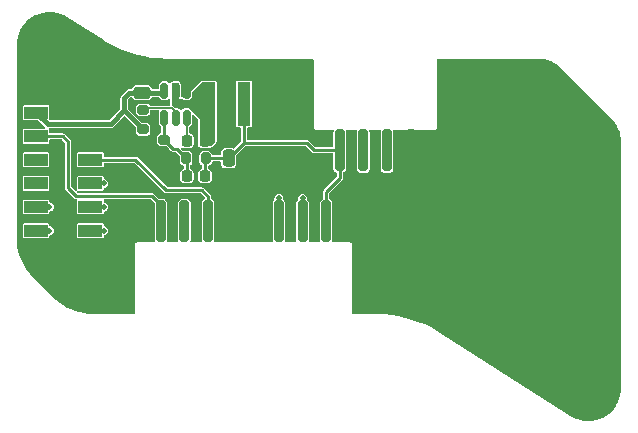
<source format=gbr>
%TF.GenerationSoftware,KiCad,Pcbnew,8.0.1*%
%TF.CreationDate,2024-06-02T11:28:52+08:00*%
%TF.ProjectId,SB-fan-board,53422d66-616e-42d6-926f-6172642e6b69,rev?*%
%TF.SameCoordinates,Original*%
%TF.FileFunction,Copper,L1,Top*%
%TF.FilePolarity,Positive*%
%FSLAX46Y46*%
G04 Gerber Fmt 4.6, Leading zero omitted, Abs format (unit mm)*
G04 Created by KiCad (PCBNEW 8.0.1) date 2024-06-02 11:28:52*
%MOMM*%
%LPD*%
G01*
G04 APERTURE LIST*
G04 Aperture macros list*
%AMRoundRect*
0 Rectangle with rounded corners*
0 $1 Rounding radius*
0 $2 $3 $4 $5 $6 $7 $8 $9 X,Y pos of 4 corners*
0 Add a 4 corners polygon primitive as box body*
4,1,4,$2,$3,$4,$5,$6,$7,$8,$9,$2,$3,0*
0 Add four circle primitives for the rounded corners*
1,1,$1+$1,$2,$3*
1,1,$1+$1,$4,$5*
1,1,$1+$1,$6,$7*
1,1,$1+$1,$8,$9*
0 Add four rect primitives between the rounded corners*
20,1,$1+$1,$2,$3,$4,$5,0*
20,1,$1+$1,$4,$5,$6,$7,0*
20,1,$1+$1,$6,$7,$8,$9,0*
20,1,$1+$1,$8,$9,$2,$3,0*%
G04 Aperture macros list end*
%TA.AperFunction,SMDPad,CuDef*%
%ADD10RoundRect,0.200000X-0.200000X-0.275000X0.200000X-0.275000X0.200000X0.275000X-0.200000X0.275000X0*%
%TD*%
%TA.AperFunction,SMDPad,CuDef*%
%ADD11R,1.100000X3.700000*%
%TD*%
%TA.AperFunction,SMDPad,CuDef*%
%ADD12RoundRect,0.200000X-0.275000X0.200000X-0.275000X-0.200000X0.275000X-0.200000X0.275000X0.200000X0*%
%TD*%
%TA.AperFunction,ComponentPad*%
%ADD13C,5.500000*%
%TD*%
%TA.AperFunction,SMDPad,CuDef*%
%ADD14RoundRect,0.200000X0.200000X1.550000X-0.200000X1.550000X-0.200000X-1.550000X0.200000X-1.550000X0*%
%TD*%
%TA.AperFunction,SMDPad,CuDef*%
%ADD15RoundRect,0.225000X-0.225000X-0.250000X0.225000X-0.250000X0.225000X0.250000X-0.225000X0.250000X0*%
%TD*%
%TA.AperFunction,SMDPad,CuDef*%
%ADD16RoundRect,0.200000X0.275000X-0.200000X0.275000X0.200000X-0.275000X0.200000X-0.275000X-0.200000X0*%
%TD*%
%TA.AperFunction,SMDPad,CuDef*%
%ADD17RoundRect,0.200000X-0.200000X-1.550000X0.200000X-1.550000X0.200000X1.550000X-0.200000X1.550000X0*%
%TD*%
%TA.AperFunction,SMDPad,CuDef*%
%ADD18R,2.000000X1.000000*%
%TD*%
%TA.AperFunction,SMDPad,CuDef*%
%ADD19RoundRect,0.250000X0.475000X-0.250000X0.475000X0.250000X-0.475000X0.250000X-0.475000X-0.250000X0*%
%TD*%
%TA.AperFunction,SMDPad,CuDef*%
%ADD20RoundRect,0.250000X-0.250000X-0.475000X0.250000X-0.475000X0.250000X0.475000X-0.250000X0.475000X0*%
%TD*%
%TA.AperFunction,SMDPad,CuDef*%
%ADD21RoundRect,0.150000X-0.150000X0.512500X-0.150000X-0.512500X0.150000X-0.512500X0.150000X0.512500X0*%
%TD*%
%TA.AperFunction,ViaPad*%
%ADD22C,0.500000*%
%TD*%
%TA.AperFunction,Conductor*%
%ADD23C,0.200000*%
%TD*%
%TA.AperFunction,Conductor*%
%ADD24C,0.381000*%
%TD*%
%TA.AperFunction,Conductor*%
%ADD25C,0.254000*%
%TD*%
%TA.AperFunction,Conductor*%
%ADD26C,0.127000*%
%TD*%
G04 APERTURE END LIST*
D10*
%TO.P,R2,1*%
%TO.N,Net-(U1-VFB)*%
X156750000Y-80800000D03*
%TO.P,R2,2*%
%TO.N,+12V*%
X158400000Y-80800000D03*
%TD*%
D11*
%TO.P,L1,1*%
%TO.N,Net-(U1-SW)*%
X158650000Y-76212500D03*
%TO.P,L1,2*%
%TO.N,+12V*%
X161650000Y-76212500D03*
%TD*%
D12*
%TO.P,R3,1*%
%TO.N,Net-(U1-VFB)*%
X154900001Y-79225000D03*
%TO.P,R3,2*%
%TO.N,PGND*%
X154900001Y-80875000D03*
%TD*%
D13*
%TO.P,H1,1,1*%
%TO.N,PGND*%
X145200000Y-71200000D03*
%TD*%
D14*
%TO.P,J2,1,Pin_1*%
%TO.N,+12V*%
X168600000Y-86147127D03*
%TO.P,J2,2,Pin_2*%
%TO.N,/FAN1_DET*%
X166600000Y-86147127D03*
%TO.P,J2,3,Pin_3*%
%TO.N,/FAN1_PWM*%
X164600000Y-86147127D03*
%TO.P,J2,4,Pin_4*%
%TO.N,PGND*%
X162600000Y-86147127D03*
%TD*%
D15*
%TO.P,C1,1*%
%TO.N,Net-(U1-VBST)*%
X156800000Y-79300000D03*
%TO.P,C1,2*%
%TO.N,Net-(U1-SW)*%
X158350000Y-79300000D03*
%TD*%
D16*
%TO.P,R1,1*%
%TO.N,+24V*%
X153100000Y-78350000D03*
%TO.P,R1,2*%
%TO.N,Net-(U1-EN)*%
X153100000Y-76700000D03*
%TD*%
D14*
%TO.P,J3,1,Pin_1*%
%TO.N,+3V3*%
X158600000Y-86126727D03*
%TO.P,J3,2,Pin_2*%
%TO.N,/NEO*%
X156600000Y-86126727D03*
%TO.P,J3,3,Pin_3*%
%TO.N,GND*%
X154600000Y-86126727D03*
%TD*%
D17*
%TO.P,J1,1,Pin_1*%
%TO.N,+12V*%
X169750000Y-80139600D03*
%TO.P,J1,2,Pin_2*%
%TO.N,/FAN0_DET*%
X171750000Y-80139600D03*
%TO.P,J1,3,Pin_3*%
%TO.N,/FAN0_PWM*%
X173750000Y-80139600D03*
%TO.P,J1,4,Pin_4*%
%TO.N,PGND*%
X175750000Y-80139600D03*
%TD*%
D18*
%TO.P,J4,1,Pin_1*%
%TO.N,/FAN0_DET*%
X144041000Y-86929000D03*
%TO.P,J4,2,Pin_2*%
%TO.N,/NEO*%
X148641000Y-86929000D03*
%TO.P,J4,3,Pin_3*%
%TO.N,/FAN0_PWM*%
X144041000Y-84929000D03*
%TO.P,J4,4,Pin_4*%
%TO.N,/FAN1_PWM*%
X148641000Y-84929000D03*
%TO.P,J4,5,Pin_5*%
%TO.N,unconnected-(J4-Pin_5-Pad5)*%
X144041000Y-82929000D03*
%TO.P,J4,6,Pin_6*%
%TO.N,/FAN1_DET*%
X148641000Y-82929000D03*
%TO.P,J4,7,Pin_7*%
%TO.N,unconnected-(J4-Pin_7-Pad7)*%
X144041000Y-80929000D03*
%TO.P,J4,8,Pin_8*%
%TO.N,+3V3*%
X148641000Y-80929000D03*
%TO.P,J4,9,Pin_9*%
%TO.N,GND*%
X144041000Y-78929000D03*
%TO.P,J4,10,Pin_10*%
%TO.N,PGND*%
X148641000Y-78929000D03*
%TO.P,J4,11,Pin_11*%
%TO.N,+24V*%
X144041000Y-76929000D03*
%TO.P,J4,12,Pin_12*%
%TO.N,PGND*%
X148641000Y-76929000D03*
%TD*%
D13*
%TO.P,H2,1,1*%
%TO.N,PGND*%
X190780000Y-100258000D03*
%TD*%
D15*
%TO.P,C4,1*%
%TO.N,Net-(U1-VFB)*%
X156800000Y-82300000D03*
%TO.P,C4,2*%
%TO.N,+12V*%
X158350000Y-82300000D03*
%TD*%
D19*
%TO.P,C2,1*%
%TO.N,+24V*%
X153000000Y-75250001D03*
%TO.P,C2,2*%
%TO.N,PGND*%
X153000000Y-73350001D03*
%TD*%
D20*
%TO.P,C3,1*%
%TO.N,+12V*%
X160350000Y-80800000D03*
%TO.P,C3,2*%
%TO.N,PGND*%
X162250000Y-80800000D03*
%TD*%
D21*
%TO.P,U1,1,GND*%
%TO.N,PGND*%
X156800000Y-75075000D03*
%TO.P,U1,2,SW*%
%TO.N,Net-(U1-SW)*%
X155850000Y-75075000D03*
%TO.P,U1,3,VIN*%
%TO.N,+24V*%
X154900000Y-75075000D03*
%TO.P,U1,4,VFB*%
%TO.N,Net-(U1-VFB)*%
X154900000Y-77350000D03*
%TO.P,U1,5,EN*%
%TO.N,Net-(U1-EN)*%
X155850000Y-77350000D03*
%TO.P,U1,6,VBST*%
%TO.N,Net-(U1-VBST)*%
X156800000Y-77350000D03*
%TD*%
D22*
%TO.N,PGND*%
X165250000Y-75850000D03*
X171700000Y-84600000D03*
X177750000Y-79950000D03*
X175300000Y-83650000D03*
X164350000Y-77800000D03*
X166750000Y-81150000D03*
X166300000Y-77550000D03*
%TO.N,/FAN0_DET*%
X145159000Y-86929000D03*
X171750000Y-81550000D03*
%TO.N,/FAN0_PWM*%
X173750000Y-78650000D03*
X145159000Y-84929000D03*
%TO.N,/FAN1_PWM*%
X164600000Y-84200000D03*
X149759000Y-84929000D03*
%TO.N,/FAN1_DET*%
X166600000Y-84200000D03*
X149759000Y-82929000D03*
%TO.N,/NEO*%
X156600000Y-87600000D03*
X149759000Y-86929000D03*
%TD*%
D23*
%TO.N,Net-(U1-VBST)*%
X156800000Y-77350000D02*
X156800000Y-79300000D01*
D24*
%TO.N,+24V*%
X153100000Y-78350000D02*
X151500000Y-76750000D01*
X145012000Y-77900000D02*
X150350000Y-77900000D01*
X144041000Y-76929000D02*
X145012000Y-77900000D01*
X151500000Y-76750000D02*
X151500000Y-75700000D01*
X150350000Y-77900000D02*
X151500000Y-76750000D01*
X151950000Y-75250000D02*
X154725001Y-75250000D01*
X154725001Y-75250000D02*
X154900001Y-75075000D01*
X151500000Y-75700000D02*
X151950000Y-75250000D01*
D25*
%TO.N,+12V*%
X158350000Y-80850000D02*
X158400000Y-80800000D01*
X161650000Y-79500000D02*
X166950000Y-79500000D01*
X158350000Y-82300000D02*
X158350000Y-80850000D01*
X167538800Y-80088800D02*
X169750000Y-80088800D01*
X161650000Y-79500000D02*
X161650000Y-76212500D01*
X160350000Y-80800000D02*
X161650000Y-79500000D01*
X169750000Y-82500000D02*
X169750000Y-80088800D01*
X158400000Y-80800000D02*
X160350000Y-80800000D01*
X168600000Y-86197927D02*
X168600000Y-83650000D01*
X166950000Y-79500000D02*
X167538800Y-80088800D01*
X168600000Y-83650000D02*
X169750000Y-82500000D01*
D26*
%TO.N,/FAN0_DET*%
X144041000Y-86929000D02*
X145159000Y-86929000D01*
X144041000Y-86909000D02*
X144959000Y-86909000D01*
%TO.N,/FAN0_PWM*%
X144041000Y-84929000D02*
X145159000Y-84929000D01*
%TO.N,/FAN1_PWM*%
X148641000Y-84929000D02*
X149759000Y-84929000D01*
X164600000Y-84200000D02*
X164600000Y-86197927D01*
%TO.N,/FAN1_DET*%
X148641000Y-82929000D02*
X149759000Y-82929000D01*
X166600000Y-84200000D02*
X166600000Y-86197927D01*
%TO.N,/NEO*%
X148641000Y-86909000D02*
X149759000Y-86909000D01*
D25*
%TO.N,GND*%
X146289000Y-78929000D02*
X146780000Y-79420000D01*
X146780000Y-79420000D02*
X146780000Y-83320000D01*
X144041000Y-78929000D02*
X146289000Y-78929000D01*
X146780000Y-83320000D02*
X147460000Y-84000000D01*
X153854146Y-84000000D02*
X154600000Y-84745854D01*
X147460000Y-84000000D02*
X153854146Y-84000000D01*
%TO.N,+3V3*%
X148641000Y-80909000D02*
X152459000Y-80909000D01*
X158600000Y-84050000D02*
X158600000Y-86197927D01*
X155050000Y-83500000D02*
X158050000Y-83500000D01*
X158050000Y-83500000D02*
X158600000Y-84050000D01*
X152459000Y-80909000D02*
X155050000Y-83500000D01*
D26*
%TO.N,Net-(U1-EN)*%
X155850000Y-76850000D02*
X155850000Y-77350000D01*
X153352600Y-76522400D02*
X155522400Y-76522400D01*
X153050000Y-76825000D02*
X153352600Y-76522400D01*
X155522400Y-76522400D02*
X155850000Y-76850000D01*
D25*
%TO.N,Net-(U1-VFB)*%
X156800000Y-82300000D02*
X156800000Y-80850000D01*
X154900001Y-79225000D02*
X155675001Y-80000000D01*
X155675001Y-80000000D02*
X155950000Y-80000000D01*
X154900001Y-77350000D02*
X154900001Y-79225000D01*
X156800000Y-80850000D02*
X156750000Y-80800000D01*
X155950000Y-80000000D02*
X156750000Y-80800000D01*
%TD*%
%TA.AperFunction,Conductor*%
%TO.N,Net-(U1-SW)*%
G36*
X159168601Y-74383065D02*
G01*
X159198665Y-74435136D01*
X159200000Y-74450400D01*
X159200000Y-79338590D01*
X159179435Y-79395091D01*
X159174255Y-79400745D01*
X158825745Y-79749255D01*
X158771251Y-79774666D01*
X158763590Y-79775000D01*
X157987900Y-79775000D01*
X157931399Y-79754435D01*
X157901335Y-79702364D01*
X157900000Y-79687100D01*
X157900000Y-77487499D01*
X157251617Y-76839116D01*
X157226458Y-76787093D01*
X157224808Y-76772866D01*
X157182903Y-76677958D01*
X157109542Y-76604597D01*
X157109540Y-76604596D01*
X157014633Y-76562691D01*
X156991441Y-76560000D01*
X156991432Y-76560000D01*
X156608568Y-76560000D01*
X156608558Y-76560000D01*
X156585366Y-76562691D01*
X156490459Y-76604596D01*
X156490458Y-76604596D01*
X156490458Y-76604597D01*
X156433299Y-76661755D01*
X156378807Y-76687166D01*
X156371146Y-76687500D01*
X156278854Y-76687500D01*
X156222353Y-76666935D01*
X156216710Y-76661765D01*
X156159542Y-76604597D01*
X156159540Y-76604596D01*
X156064633Y-76562691D01*
X156041441Y-76560000D01*
X156041432Y-76560000D01*
X155866525Y-76560000D01*
X155810024Y-76539435D01*
X155804370Y-76534255D01*
X155754523Y-76484408D01*
X155630593Y-76360478D01*
X155604261Y-76349571D01*
X155559931Y-76308949D01*
X155550000Y-76268362D01*
X155550000Y-74500400D01*
X155570565Y-74443899D01*
X155622636Y-74413835D01*
X155637900Y-74412500D01*
X156062100Y-74412500D01*
X156118601Y-74433065D01*
X156148665Y-74485136D01*
X156150000Y-74500400D01*
X156150000Y-75737498D01*
X156150001Y-75737500D01*
X156150002Y-75737500D01*
X156371146Y-75737500D01*
X156427647Y-75758065D01*
X156433289Y-75763234D01*
X156490458Y-75820403D01*
X156585366Y-75862308D01*
X156608558Y-75864999D01*
X156608560Y-75864999D01*
X156608568Y-75865000D01*
X156608574Y-75865000D01*
X156991426Y-75865000D01*
X156991432Y-75865000D01*
X157014634Y-75862308D01*
X157109542Y-75820403D01*
X157182903Y-75747042D01*
X157224808Y-75652134D01*
X157227500Y-75628932D01*
X157227500Y-75271410D01*
X157248065Y-75214909D01*
X157253245Y-75209255D01*
X158074255Y-74388245D01*
X158128749Y-74362834D01*
X158136410Y-74362500D01*
X159112100Y-74362500D01*
X159168601Y-74383065D01*
G37*
%TD.AperFunction*%
%TD*%
%TA.AperFunction,Conductor*%
%TO.N,PGND*%
G36*
X186552680Y-72364640D02*
G01*
X186818887Y-72378648D01*
X186827433Y-72379519D01*
X187089008Y-72419167D01*
X187097410Y-72420864D01*
X187353887Y-72485884D01*
X187362096Y-72488399D01*
X187610982Y-72578162D01*
X187618903Y-72581465D01*
X187640820Y-72591890D01*
X187857819Y-72695109D01*
X187865394Y-72699178D01*
X188092056Y-72835616D01*
X188099197Y-72840405D01*
X188311455Y-72998343D01*
X188318093Y-73003807D01*
X188515287Y-73182980D01*
X188518368Y-73185921D01*
X188542101Y-73209705D01*
X188551096Y-73218720D01*
X188551552Y-73219094D01*
X192693601Y-77360166D01*
X192698035Y-77365486D01*
X192728099Y-77394669D01*
X192731103Y-77397731D01*
X192903237Y-77582000D01*
X192913671Y-77593169D01*
X192919221Y-77599726D01*
X193080505Y-77810312D01*
X193085378Y-77817363D01*
X193225355Y-78042720D01*
X193229509Y-78050200D01*
X193341605Y-78277572D01*
X193346807Y-78288123D01*
X193350224Y-78296005D01*
X193443735Y-78544241D01*
X193446367Y-78552418D01*
X193485349Y-78697500D01*
X193501913Y-78759150D01*
X193515196Y-78808584D01*
X193517017Y-78816980D01*
X193560510Y-79078645D01*
X193561503Y-79087179D01*
X193579303Y-79352700D01*
X193579500Y-79358579D01*
X193579500Y-100174168D01*
X193578963Y-100179994D01*
X193579484Y-100222204D01*
X193579405Y-100227177D01*
X193565728Y-100536087D01*
X193564727Y-100545982D01*
X193516636Y-100848895D01*
X193514523Y-100858613D01*
X193432524Y-101154141D01*
X193429327Y-101163559D01*
X193314468Y-101447938D01*
X193310228Y-101456934D01*
X193163978Y-101726520D01*
X193158749Y-101734979D01*
X192982983Y-101986318D01*
X192976831Y-101994133D01*
X192773800Y-102224006D01*
X192766805Y-102231076D01*
X192539102Y-102436546D01*
X192531353Y-102442780D01*
X192281911Y-102621204D01*
X192273508Y-102626524D01*
X192005480Y-102775641D01*
X191996529Y-102779976D01*
X191713396Y-102897853D01*
X191704013Y-102901150D01*
X191409370Y-102986290D01*
X191399675Y-102988506D01*
X191097301Y-103039818D01*
X191087417Y-103040925D01*
X190781176Y-103057750D01*
X190771231Y-103057733D01*
X190465048Y-103039858D01*
X190455168Y-103038717D01*
X190152976Y-102986370D01*
X190143288Y-102984121D01*
X189848934Y-102897970D01*
X189839563Y-102894641D01*
X189556827Y-102775791D01*
X189547891Y-102771424D01*
X189278185Y-102620158D01*
X189273917Y-102617603D01*
X189235600Y-102593165D01*
X189235510Y-102593119D01*
X188989910Y-102436546D01*
X178241302Y-95584163D01*
X178207672Y-95562723D01*
X178197084Y-95555973D01*
X178197082Y-95555972D01*
X178167141Y-95536884D01*
X178166933Y-95536778D01*
X178163318Y-95534474D01*
X177963504Y-95407111D01*
X177874752Y-95357374D01*
X177458354Y-95124022D01*
X177458329Y-95124009D01*
X176937936Y-94870032D01*
X176667225Y-94756442D01*
X176403953Y-94645973D01*
X175858125Y-94452567D01*
X175858115Y-94452564D01*
X175858112Y-94452563D01*
X175302216Y-94290436D01*
X175039295Y-94229700D01*
X174737984Y-94160096D01*
X174737973Y-94160094D01*
X174737964Y-94160092D01*
X174167265Y-94061971D01*
X173591942Y-93996382D01*
X173591903Y-93996379D01*
X173013778Y-93963530D01*
X173013783Y-93963530D01*
X172773055Y-93963512D01*
X172773021Y-93963509D01*
X172764117Y-93963509D01*
X170888400Y-93963509D01*
X170831899Y-93942944D01*
X170801835Y-93890873D01*
X170800500Y-93875609D01*
X170800500Y-88082846D01*
X170800500Y-88082845D01*
X170769976Y-88009153D01*
X170713574Y-87952751D01*
X170639882Y-87922227D01*
X170639881Y-87922227D01*
X169194366Y-87922227D01*
X169137865Y-87901662D01*
X169107801Y-87849591D01*
X169114702Y-87797178D01*
X169121220Y-87783200D01*
X169121221Y-87783198D01*
X169127500Y-87735502D01*
X169127499Y-84558753D01*
X169121221Y-84511056D01*
X169072411Y-84406383D01*
X168990744Y-84324716D01*
X168964399Y-84312431D01*
X168905251Y-84284849D01*
X168862735Y-84242332D01*
X168854500Y-84205185D01*
X168854500Y-83791827D01*
X168875065Y-83735326D01*
X168880234Y-83729683D01*
X169965755Y-82644163D01*
X170004501Y-82550623D01*
X170004501Y-82449377D01*
X170004501Y-82442298D01*
X170004500Y-82442284D01*
X170004500Y-82081541D01*
X170025065Y-82025040D01*
X170055252Y-82001877D01*
X170090501Y-81985439D01*
X170140744Y-81962011D01*
X170222411Y-81880344D01*
X170271221Y-81775671D01*
X170277500Y-81727975D01*
X170277499Y-78551226D01*
X170271221Y-78503529D01*
X170264702Y-78489549D01*
X170259461Y-78429651D01*
X170293947Y-78380397D01*
X170344366Y-78364500D01*
X171155634Y-78364500D01*
X171212135Y-78385065D01*
X171242199Y-78437136D01*
X171235298Y-78489549D01*
X171228779Y-78503526D01*
X171228779Y-78503527D01*
X171222500Y-78551223D01*
X171222500Y-81727976D01*
X171222501Y-81727980D01*
X171228777Y-81775666D01*
X171228779Y-81775671D01*
X171277589Y-81880344D01*
X171359256Y-81962011D01*
X171463929Y-82010821D01*
X171511625Y-82017100D01*
X171988374Y-82017099D01*
X171988376Y-82017099D01*
X171988378Y-82017098D01*
X172006539Y-82014708D01*
X172036066Y-82010822D01*
X172036067Y-82010821D01*
X172036071Y-82010821D01*
X172140744Y-81962011D01*
X172222411Y-81880344D01*
X172271221Y-81775671D01*
X172277500Y-81727975D01*
X172277499Y-78551226D01*
X172271221Y-78503529D01*
X172264702Y-78489549D01*
X172259461Y-78429651D01*
X172293947Y-78380397D01*
X172344366Y-78364500D01*
X173155634Y-78364500D01*
X173212135Y-78385065D01*
X173242199Y-78437136D01*
X173235298Y-78489549D01*
X173228779Y-78503526D01*
X173228779Y-78503527D01*
X173222500Y-78551223D01*
X173222500Y-81727976D01*
X173222501Y-81727980D01*
X173228777Y-81775666D01*
X173228779Y-81775671D01*
X173277589Y-81880344D01*
X173359256Y-81962011D01*
X173463929Y-82010821D01*
X173511625Y-82017100D01*
X173988374Y-82017099D01*
X173988376Y-82017099D01*
X173988378Y-82017098D01*
X174006539Y-82014708D01*
X174036066Y-82010822D01*
X174036067Y-82010821D01*
X174036071Y-82010821D01*
X174140744Y-81962011D01*
X174222411Y-81880344D01*
X174271221Y-81775671D01*
X174277500Y-81727975D01*
X174277499Y-78551226D01*
X174271221Y-78503529D01*
X174264702Y-78489549D01*
X174259461Y-78429651D01*
X174293947Y-78380397D01*
X174344366Y-78364500D01*
X177701484Y-78364500D01*
X177701686Y-78364520D01*
X177710288Y-78364520D01*
X177790051Y-78364520D01*
X177790052Y-78364520D01*
X177863744Y-78333996D01*
X177920146Y-78277594D01*
X177950670Y-78203902D01*
X177950670Y-72452420D01*
X177971235Y-72395919D01*
X178023306Y-72365855D01*
X178038570Y-72364520D01*
X186548062Y-72364520D01*
X186552680Y-72364640D01*
G37*
%TD.AperFunction*%
%TA.AperFunction,Conductor*%
G36*
X145210908Y-68400402D02*
G01*
X145514908Y-68418128D01*
X145524705Y-68419254D01*
X145824797Y-68470950D01*
X145834384Y-68473162D01*
X146126806Y-68558182D01*
X146136097Y-68561460D01*
X146405113Y-68673710D01*
X146417115Y-68678718D01*
X146425996Y-68683024D01*
X146681043Y-68824900D01*
X146694093Y-68832159D01*
X146698616Y-68834856D01*
X149768267Y-70791875D01*
X149768303Y-70791892D01*
X149970582Y-70920832D01*
X150475758Y-71203942D01*
X150996181Y-71457940D01*
X151530173Y-71682008D01*
X151530186Y-71682012D01*
X151530187Y-71682013D01*
X151530196Y-71682017D01*
X151924660Y-71821791D01*
X152076017Y-71875423D01*
X152147747Y-71896343D01*
X152631932Y-72037559D01*
X152631950Y-72037563D01*
X152631953Y-72037564D01*
X153196191Y-72167908D01*
X153766915Y-72266034D01*
X154114841Y-72305698D01*
X154342267Y-72331626D01*
X154342271Y-72331626D01*
X154342286Y-72331628D01*
X154599248Y-72346228D01*
X154920448Y-72364478D01*
X154920969Y-72364478D01*
X155159870Y-72364495D01*
X155159911Y-72364500D01*
X155170118Y-72364500D01*
X155210000Y-72364500D01*
X155249882Y-72364500D01*
X167461600Y-72364500D01*
X167518101Y-72385065D01*
X167548165Y-72437136D01*
X167549500Y-72452400D01*
X167549500Y-78203882D01*
X167555348Y-78218000D01*
X167574408Y-78264017D01*
X167580024Y-78277574D01*
X167636426Y-78333976D01*
X167710118Y-78364500D01*
X167789882Y-78364500D01*
X169155634Y-78364500D01*
X169212135Y-78385065D01*
X169242199Y-78437136D01*
X169235298Y-78489549D01*
X169228779Y-78503526D01*
X169228779Y-78503527D01*
X169222500Y-78551223D01*
X169222500Y-79746400D01*
X169201935Y-79802901D01*
X169149864Y-79832965D01*
X169134600Y-79834300D01*
X167680628Y-79834300D01*
X167624127Y-79813735D01*
X167618473Y-79808555D01*
X167359020Y-79549102D01*
X167094163Y-79284245D01*
X167094161Y-79284244D01*
X167094160Y-79284243D01*
X167000624Y-79245500D01*
X167000623Y-79245500D01*
X161992400Y-79245500D01*
X161935899Y-79224935D01*
X161905835Y-79172864D01*
X161904500Y-79157600D01*
X161904500Y-78277900D01*
X161925065Y-78221399D01*
X161977136Y-78191335D01*
X161992400Y-78190000D01*
X162212556Y-78190000D01*
X162212558Y-78190000D01*
X162249748Y-78182602D01*
X162291922Y-78154422D01*
X162320102Y-78112248D01*
X162327500Y-78075058D01*
X162327500Y-74349942D01*
X162320102Y-74312752D01*
X162291922Y-74270578D01*
X162249748Y-74242398D01*
X162249747Y-74242397D01*
X162224897Y-74237454D01*
X162212558Y-74235000D01*
X161087442Y-74235000D01*
X161076858Y-74237105D01*
X161050252Y-74242397D01*
X161008078Y-74270578D01*
X160979897Y-74312752D01*
X160976547Y-74329596D01*
X160972500Y-74349942D01*
X160972500Y-78075058D01*
X160975657Y-78090933D01*
X160979897Y-78112247D01*
X160984881Y-78119706D01*
X161008078Y-78154422D01*
X161050252Y-78182602D01*
X161087442Y-78190000D01*
X161307600Y-78190000D01*
X161364101Y-78210565D01*
X161394165Y-78262636D01*
X161395500Y-78277900D01*
X161395500Y-79358171D01*
X161374935Y-79414672D01*
X161369755Y-79420326D01*
X160835983Y-79954097D01*
X160781489Y-79979508D01*
X160735222Y-79970910D01*
X160709209Y-79958193D01*
X160709206Y-79958192D01*
X160709204Y-79958191D01*
X160635827Y-79947500D01*
X160635823Y-79947500D01*
X160064178Y-79947500D01*
X160064174Y-79947501D01*
X159990797Y-79958190D01*
X159877612Y-80013522D01*
X159788522Y-80102612D01*
X159754721Y-80171755D01*
X159733191Y-80215796D01*
X159727552Y-80254500D01*
X159722500Y-80289176D01*
X159722500Y-80457600D01*
X159701935Y-80514101D01*
X159649864Y-80544165D01*
X159634600Y-80545500D01*
X159012337Y-80545500D01*
X158955836Y-80524935D01*
X158925772Y-80472864D01*
X158925189Y-80469071D01*
X158921222Y-80438933D01*
X158921220Y-80438927D01*
X158876628Y-80343300D01*
X158872411Y-80334256D01*
X158790744Y-80252589D01*
X158790742Y-80252588D01*
X158686074Y-80203780D01*
X158686072Y-80203779D01*
X158638376Y-80197500D01*
X158161623Y-80197500D01*
X158161619Y-80197501D01*
X158113933Y-80203777D01*
X158113927Y-80203779D01*
X158009257Y-80252588D01*
X157927588Y-80334257D01*
X157878780Y-80438925D01*
X157878779Y-80438927D01*
X157872500Y-80486623D01*
X157872500Y-81113376D01*
X157872501Y-81113380D01*
X157878777Y-81161066D01*
X157878779Y-81161072D01*
X157880534Y-81164835D01*
X157927589Y-81265744D01*
X157927590Y-81265745D01*
X158009252Y-81347408D01*
X158009253Y-81347408D01*
X158009256Y-81347411D01*
X158044750Y-81363962D01*
X158087264Y-81406476D01*
X158095500Y-81443625D01*
X158095500Y-81620902D01*
X158074935Y-81677403D01*
X158029063Y-81703887D01*
X158029552Y-81705467D01*
X158023029Y-81707482D01*
X157917340Y-81759150D01*
X157834149Y-81842341D01*
X157782485Y-81948022D01*
X157782484Y-81948024D01*
X157782483Y-81948026D01*
X157782483Y-81948028D01*
X157772500Y-82016547D01*
X157772500Y-82016548D01*
X157772500Y-82016551D01*
X157772500Y-82583446D01*
X157772501Y-82583451D01*
X157782482Y-82651970D01*
X157834150Y-82757659D01*
X157834151Y-82757660D01*
X157834152Y-82757662D01*
X157917338Y-82840848D01*
X157917339Y-82840848D01*
X157917341Y-82840850D01*
X158011265Y-82886766D01*
X158023028Y-82892517D01*
X158091547Y-82902500D01*
X158608452Y-82902499D01*
X158676972Y-82892517D01*
X158782662Y-82840848D01*
X158865848Y-82757662D01*
X158917517Y-82651972D01*
X158927500Y-82583453D01*
X158927499Y-82016548D01*
X158917517Y-81948028D01*
X158865848Y-81842338D01*
X158782662Y-81759152D01*
X158782660Y-81759151D01*
X158782658Y-81759149D01*
X158676977Y-81707485D01*
X158676974Y-81707484D01*
X158676972Y-81707483D01*
X158676969Y-81707482D01*
X158670455Y-81705470D01*
X158671136Y-81703262D01*
X158626778Y-81679385D01*
X158604539Y-81623522D01*
X158604500Y-81620903D01*
X158604500Y-81484046D01*
X158625065Y-81427545D01*
X158677136Y-81397481D01*
X158680920Y-81396898D01*
X158686071Y-81396221D01*
X158790744Y-81347411D01*
X158872411Y-81265744D01*
X158921221Y-81161071D01*
X158925189Y-81130926D01*
X158952952Y-81077594D01*
X159008502Y-81054584D01*
X159012337Y-81054500D01*
X159634601Y-81054500D01*
X159691102Y-81075065D01*
X159721166Y-81127136D01*
X159722501Y-81142400D01*
X159722501Y-81310825D01*
X159733190Y-81384202D01*
X159788522Y-81497387D01*
X159788523Y-81497388D01*
X159788524Y-81497390D01*
X159877610Y-81586476D01*
X159990796Y-81641809D01*
X160064173Y-81652500D01*
X160635826Y-81652499D01*
X160709204Y-81641809D01*
X160822390Y-81586476D01*
X160911476Y-81497390D01*
X160966809Y-81384204D01*
X160977500Y-81310827D01*
X160977499Y-80568826D01*
X160998064Y-80512326D01*
X161003232Y-80506684D01*
X161729673Y-79780245D01*
X161784167Y-79754834D01*
X161791828Y-79754500D01*
X166808172Y-79754500D01*
X166864673Y-79775065D01*
X166870327Y-79780245D01*
X167394637Y-80304555D01*
X167394638Y-80304555D01*
X167394639Y-80304556D01*
X167405122Y-80308898D01*
X167488177Y-80343300D01*
X167589423Y-80343300D01*
X169134601Y-80343300D01*
X169191102Y-80363865D01*
X169221166Y-80415936D01*
X169222501Y-80431200D01*
X169222501Y-81727980D01*
X169228777Y-81775666D01*
X169228779Y-81775671D01*
X169277589Y-81880344D01*
X169359256Y-81962011D01*
X169359257Y-81962011D01*
X169359258Y-81962012D01*
X169444748Y-82001877D01*
X169487265Y-82044393D01*
X169495500Y-82081541D01*
X169495500Y-82358172D01*
X169474935Y-82414673D01*
X169469755Y-82420327D01*
X168455837Y-83434245D01*
X168455836Y-83434244D01*
X168384246Y-83505835D01*
X168384243Y-83505839D01*
X168345500Y-83599375D01*
X168345500Y-84205185D01*
X168324935Y-84261686D01*
X168294749Y-84284849D01*
X168209257Y-84324715D01*
X168127588Y-84406384D01*
X168078780Y-84511052D01*
X168078779Y-84511054D01*
X168072500Y-84558750D01*
X168072500Y-87735503D01*
X168072501Y-87735507D01*
X168078777Y-87783193D01*
X168078779Y-87783199D01*
X168085298Y-87797178D01*
X168090539Y-87857076D01*
X168056053Y-87906330D01*
X168005634Y-87922227D01*
X167194366Y-87922227D01*
X167137865Y-87901662D01*
X167107801Y-87849591D01*
X167114702Y-87797178D01*
X167121220Y-87783200D01*
X167121221Y-87783198D01*
X167127500Y-87735502D01*
X167127499Y-84558753D01*
X167121221Y-84511056D01*
X167072411Y-84406383D01*
X166997989Y-84331961D01*
X166972579Y-84277469D01*
X166973327Y-84256059D01*
X166982206Y-84200000D01*
X166963500Y-84081892D01*
X166963500Y-84081891D01*
X166909213Y-83975348D01*
X166909212Y-83975347D01*
X166909211Y-83975345D01*
X166824655Y-83890789D01*
X166824652Y-83890787D01*
X166824651Y-83890786D01*
X166718108Y-83836499D01*
X166600000Y-83817794D01*
X166481892Y-83836499D01*
X166481891Y-83836499D01*
X166375348Y-83890786D01*
X166290786Y-83975348D01*
X166236499Y-84081891D01*
X166236499Y-84081892D01*
X166217794Y-84200000D01*
X166226672Y-84256059D01*
X166215198Y-84315081D01*
X166202009Y-84331962D01*
X166127590Y-84406381D01*
X166127589Y-84406383D01*
X166078780Y-84511052D01*
X166078779Y-84511054D01*
X166072500Y-84558750D01*
X166072500Y-87735503D01*
X166072501Y-87735507D01*
X166078777Y-87783193D01*
X166078779Y-87783199D01*
X166085298Y-87797178D01*
X166090539Y-87857076D01*
X166056053Y-87906330D01*
X166005634Y-87922227D01*
X165194366Y-87922227D01*
X165137865Y-87901662D01*
X165107801Y-87849591D01*
X165114702Y-87797178D01*
X165121220Y-87783200D01*
X165121221Y-87783198D01*
X165127500Y-87735502D01*
X165127499Y-84558753D01*
X165121221Y-84511056D01*
X165072411Y-84406383D01*
X164997989Y-84331961D01*
X164972579Y-84277469D01*
X164973327Y-84256059D01*
X164982206Y-84200000D01*
X164963500Y-84081892D01*
X164963500Y-84081891D01*
X164909213Y-83975348D01*
X164909212Y-83975347D01*
X164909211Y-83975345D01*
X164824655Y-83890789D01*
X164824652Y-83890787D01*
X164824651Y-83890786D01*
X164718108Y-83836499D01*
X164600000Y-83817794D01*
X164481892Y-83836499D01*
X164481891Y-83836499D01*
X164375348Y-83890786D01*
X164290786Y-83975348D01*
X164236499Y-84081891D01*
X164236499Y-84081892D01*
X164217794Y-84200000D01*
X164226672Y-84256059D01*
X164215198Y-84315081D01*
X164202009Y-84331962D01*
X164127590Y-84406381D01*
X164127589Y-84406383D01*
X164078780Y-84511052D01*
X164078779Y-84511054D01*
X164072500Y-84558750D01*
X164072500Y-87735503D01*
X164072501Y-87735507D01*
X164078777Y-87783193D01*
X164078779Y-87783199D01*
X164085298Y-87797178D01*
X164090539Y-87857076D01*
X164056053Y-87906330D01*
X164005634Y-87922227D01*
X159184853Y-87922227D01*
X159128352Y-87901662D01*
X159098288Y-87849591D01*
X159105189Y-87797178D01*
X159111711Y-87783193D01*
X159121221Y-87762798D01*
X159127500Y-87715102D01*
X159127499Y-84538353D01*
X159121221Y-84490656D01*
X159072411Y-84385983D01*
X158990744Y-84304316D01*
X158984705Y-84301500D01*
X158905251Y-84264449D01*
X158862735Y-84221932D01*
X158854500Y-84184785D01*
X158854500Y-83999378D01*
X158854499Y-83999375D01*
X158815756Y-83905839D01*
X158815755Y-83905838D01*
X158815755Y-83905837D01*
X158744163Y-83834245D01*
X158744161Y-83834244D01*
X158194163Y-83284245D01*
X158194161Y-83284244D01*
X158194160Y-83284243D01*
X158100624Y-83245500D01*
X158100623Y-83245500D01*
X155191827Y-83245500D01*
X155135326Y-83224935D01*
X155129672Y-83219755D01*
X153911794Y-82001877D01*
X152603163Y-80693245D01*
X152603161Y-80693244D01*
X152603160Y-80693243D01*
X152509624Y-80654500D01*
X152509623Y-80654500D01*
X149856400Y-80654500D01*
X149799899Y-80633935D01*
X149769835Y-80581864D01*
X149768500Y-80566600D01*
X149768500Y-80416444D01*
X149761102Y-80379252D01*
X149732922Y-80337078D01*
X149690748Y-80308898D01*
X149690747Y-80308897D01*
X149665897Y-80303954D01*
X149653558Y-80301500D01*
X147628442Y-80301500D01*
X147617858Y-80303605D01*
X147591252Y-80308897D01*
X147549078Y-80337078D01*
X147520897Y-80379252D01*
X147515605Y-80405858D01*
X147513500Y-80416442D01*
X147513500Y-81441558D01*
X147516657Y-81457433D01*
X147520897Y-81478747D01*
X147520898Y-81478748D01*
X147549078Y-81520922D01*
X147591252Y-81549102D01*
X147628442Y-81556500D01*
X147628444Y-81556500D01*
X149653556Y-81556500D01*
X149653558Y-81556500D01*
X149690748Y-81549102D01*
X149732922Y-81520922D01*
X149761102Y-81478748D01*
X149768500Y-81441558D01*
X149768500Y-81251400D01*
X149789065Y-81194899D01*
X149841136Y-81164835D01*
X149856400Y-81163500D01*
X152317172Y-81163500D01*
X152373673Y-81184065D01*
X152379327Y-81189245D01*
X153610410Y-82420327D01*
X154834244Y-83644161D01*
X154834245Y-83644163D01*
X154905837Y-83715755D01*
X154999377Y-83754500D01*
X155100623Y-83754500D01*
X157908172Y-83754500D01*
X157964673Y-83775065D01*
X157970327Y-83780245D01*
X158314952Y-84124869D01*
X158340363Y-84179363D01*
X158324801Y-84237441D01*
X158289947Y-84266688D01*
X158209256Y-84304316D01*
X158127588Y-84385984D01*
X158078780Y-84490652D01*
X158078779Y-84490654D01*
X158072500Y-84538350D01*
X158072500Y-87715103D01*
X158072501Y-87715107D01*
X158078777Y-87762793D01*
X158078779Y-87762799D01*
X158094811Y-87797178D01*
X158100052Y-87857076D01*
X158065565Y-87906330D01*
X158015147Y-87922227D01*
X157184853Y-87922227D01*
X157128352Y-87901662D01*
X157098288Y-87849591D01*
X157105189Y-87797178D01*
X157111711Y-87783193D01*
X157121221Y-87762798D01*
X157127500Y-87715102D01*
X157127499Y-84538353D01*
X157121221Y-84490656D01*
X157072411Y-84385983D01*
X156990744Y-84304316D01*
X156929819Y-84275906D01*
X156886074Y-84255507D01*
X156886072Y-84255506D01*
X156838376Y-84249227D01*
X156361623Y-84249227D01*
X156361619Y-84249228D01*
X156313933Y-84255504D01*
X156313927Y-84255506D01*
X156209257Y-84304315D01*
X156127588Y-84385984D01*
X156078780Y-84490652D01*
X156078779Y-84490654D01*
X156072500Y-84538350D01*
X156072500Y-87715103D01*
X156072501Y-87715107D01*
X156078777Y-87762793D01*
X156078779Y-87762799D01*
X156094811Y-87797178D01*
X156100052Y-87857076D01*
X156065565Y-87906330D01*
X156015147Y-87922227D01*
X155184853Y-87922227D01*
X155128352Y-87901662D01*
X155098288Y-87849591D01*
X155105189Y-87797178D01*
X155111711Y-87783193D01*
X155121221Y-87762798D01*
X155127500Y-87715102D01*
X155127499Y-84538353D01*
X155121221Y-84490656D01*
X155072411Y-84385983D01*
X154990744Y-84304316D01*
X154929819Y-84275906D01*
X154886074Y-84255507D01*
X154886072Y-84255506D01*
X154838377Y-84249227D01*
X154838375Y-84249227D01*
X154499701Y-84249227D01*
X154443200Y-84228662D01*
X154437546Y-84223482D01*
X154295955Y-84081891D01*
X153998309Y-83784245D01*
X153998307Y-83784244D01*
X153998306Y-83784243D01*
X153904770Y-83745500D01*
X153904769Y-83745500D01*
X147601827Y-83745500D01*
X147545326Y-83724935D01*
X147539672Y-83719755D01*
X147518735Y-83698818D01*
X147493324Y-83644324D01*
X147508887Y-83586246D01*
X147558140Y-83551758D01*
X147598038Y-83550452D01*
X147628442Y-83556500D01*
X147628444Y-83556500D01*
X149653556Y-83556500D01*
X149653558Y-83556500D01*
X149690748Y-83549102D01*
X149732922Y-83520922D01*
X149761102Y-83478748D01*
X149768500Y-83441558D01*
X149768500Y-83384775D01*
X149789065Y-83328274D01*
X149841136Y-83298210D01*
X149842628Y-83297960D01*
X149877108Y-83292500D01*
X149983655Y-83238211D01*
X150068211Y-83153655D01*
X150122500Y-83047108D01*
X150141206Y-82929000D01*
X150122500Y-82810892D01*
X150122500Y-82810891D01*
X150068213Y-82704348D01*
X150068212Y-82704347D01*
X150068211Y-82704345D01*
X149983655Y-82619789D01*
X149983652Y-82619787D01*
X149983651Y-82619786D01*
X149877111Y-82565501D01*
X149877108Y-82565500D01*
X149877106Y-82565499D01*
X149877104Y-82565499D01*
X149842649Y-82560042D01*
X149790061Y-82530892D01*
X149768513Y-82474758D01*
X149768500Y-82473224D01*
X149768500Y-82416444D01*
X149764151Y-82394582D01*
X149761102Y-82379252D01*
X149732922Y-82337078D01*
X149690748Y-82308898D01*
X149690747Y-82308897D01*
X149665897Y-82303954D01*
X149653558Y-82301500D01*
X147628442Y-82301500D01*
X147617858Y-82303605D01*
X147591252Y-82308897D01*
X147549078Y-82337078D01*
X147520897Y-82379252D01*
X147513500Y-82416444D01*
X147513500Y-83441558D01*
X147519547Y-83471962D01*
X147510399Y-83531389D01*
X147465193Y-83571033D01*
X147405080Y-83572344D01*
X147371181Y-83551264D01*
X147298665Y-83478748D01*
X147060245Y-83240327D01*
X147034834Y-83185833D01*
X147034500Y-83178172D01*
X147034500Y-79480862D01*
X147034501Y-79480853D01*
X147034501Y-79369376D01*
X146995756Y-79275839D01*
X146995755Y-79275838D01*
X146995755Y-79275837D01*
X146433163Y-78713245D01*
X146433161Y-78713244D01*
X146433160Y-78713243D01*
X146339624Y-78674500D01*
X146339623Y-78674500D01*
X145256400Y-78674500D01*
X145199899Y-78653935D01*
X145169835Y-78601864D01*
X145168500Y-78586600D01*
X145168500Y-78416444D01*
X145168500Y-78416442D01*
X145161102Y-78379252D01*
X145151258Y-78364520D01*
X145144721Y-78354736D01*
X145130428Y-78296332D01*
X145157021Y-78242405D01*
X145212056Y-78218188D01*
X145217806Y-78218000D01*
X150391864Y-78218000D01*
X150391865Y-78218000D01*
X150472744Y-78196329D01*
X150545257Y-78154463D01*
X151437847Y-77261872D01*
X151492338Y-77236463D01*
X151550416Y-77252026D01*
X151562154Y-77261874D01*
X152471755Y-78171475D01*
X152497166Y-78225969D01*
X152497500Y-78233630D01*
X152497500Y-78588376D01*
X152497501Y-78588380D01*
X152503777Y-78636066D01*
X152503779Y-78636072D01*
X152537079Y-78707483D01*
X152552589Y-78740744D01*
X152634256Y-78822411D01*
X152738929Y-78871221D01*
X152786625Y-78877500D01*
X153413374Y-78877499D01*
X153413376Y-78877499D01*
X153413378Y-78877498D01*
X153431539Y-78875108D01*
X153461066Y-78871222D01*
X153461067Y-78871221D01*
X153461071Y-78871221D01*
X153565744Y-78822411D01*
X153647411Y-78740744D01*
X153696221Y-78636071D01*
X153702500Y-78588375D01*
X153702499Y-78111626D01*
X153700364Y-78095402D01*
X153696222Y-78063933D01*
X153696220Y-78063927D01*
X153686324Y-78042705D01*
X153647411Y-77959256D01*
X153565744Y-77877589D01*
X153565742Y-77877588D01*
X153461074Y-77828780D01*
X153461072Y-77828779D01*
X153413377Y-77822500D01*
X153413375Y-77822500D01*
X153058630Y-77822500D01*
X153002129Y-77801935D01*
X152996475Y-77796755D01*
X151843745Y-76644025D01*
X151818334Y-76589531D01*
X151818000Y-76581870D01*
X151818000Y-75868130D01*
X151838565Y-75811629D01*
X151843745Y-75805975D01*
X151933887Y-75715833D01*
X152032499Y-75617220D01*
X152086992Y-75591811D01*
X152145070Y-75607372D01*
X152173621Y-75640770D01*
X152213521Y-75722387D01*
X152213523Y-75722389D01*
X152213524Y-75722391D01*
X152302610Y-75811477D01*
X152415796Y-75866810D01*
X152489173Y-75877501D01*
X153510826Y-75877500D01*
X153584204Y-75866810D01*
X153697390Y-75811477D01*
X153786476Y-75722391D01*
X153837854Y-75617294D01*
X153881144Y-75575567D01*
X153916823Y-75568000D01*
X154387139Y-75568000D01*
X154443640Y-75588565D01*
X154473704Y-75640636D01*
X154474453Y-75645766D01*
X154475192Y-75652133D01*
X154475191Y-75652133D01*
X154507369Y-75725010D01*
X154517097Y-75747042D01*
X154590458Y-75820403D01*
X154685366Y-75862308D01*
X154708558Y-75864999D01*
X154708560Y-75864999D01*
X154708568Y-75865000D01*
X154708574Y-75865000D01*
X155091426Y-75865000D01*
X155091432Y-75865000D01*
X155114634Y-75862308D01*
X155209542Y-75820403D01*
X155267446Y-75762498D01*
X155321939Y-75737088D01*
X155380017Y-75752651D01*
X155414505Y-75801904D01*
X155417500Y-75824654D01*
X155417500Y-76243500D01*
X155396935Y-76300001D01*
X155344864Y-76330065D01*
X155329600Y-76331400D01*
X153705964Y-76331400D01*
X153649463Y-76310835D01*
X153643820Y-76305665D01*
X153565744Y-76227589D01*
X153565742Y-76227588D01*
X153461074Y-76178780D01*
X153461072Y-76178779D01*
X153413376Y-76172500D01*
X152786623Y-76172500D01*
X152786619Y-76172501D01*
X152738933Y-76178777D01*
X152738927Y-76178779D01*
X152634257Y-76227588D01*
X152552588Y-76309257D01*
X152503780Y-76413925D01*
X152503779Y-76413927D01*
X152497500Y-76461623D01*
X152497500Y-76938376D01*
X152497501Y-76938380D01*
X152503777Y-76986066D01*
X152503779Y-76986071D01*
X152552589Y-77090744D01*
X152634256Y-77172411D01*
X152738929Y-77221221D01*
X152786625Y-77227500D01*
X153413374Y-77227499D01*
X153413376Y-77227499D01*
X153413378Y-77227498D01*
X153431539Y-77225108D01*
X153461066Y-77221222D01*
X153461067Y-77221221D01*
X153461071Y-77221221D01*
X153565744Y-77172411D01*
X153647411Y-77090744D01*
X153696221Y-76986071D01*
X153702500Y-76938375D01*
X153702500Y-76801300D01*
X153723065Y-76744799D01*
X153775136Y-76714735D01*
X153790400Y-76713400D01*
X154384600Y-76713400D01*
X154441101Y-76733965D01*
X154471165Y-76786036D01*
X154472500Y-76801300D01*
X154472500Y-77903941D01*
X154475191Y-77927133D01*
X154498177Y-77979192D01*
X154517097Y-78022042D01*
X154590458Y-78095403D01*
X154590459Y-78095403D01*
X154590460Y-78095404D01*
X154593101Y-78096570D01*
X154595445Y-78098819D01*
X154597180Y-78100008D01*
X154596983Y-78100295D01*
X154636484Y-78138201D01*
X154645501Y-78176982D01*
X154645501Y-78612663D01*
X154624936Y-78669164D01*
X154572865Y-78699228D01*
X154569072Y-78699811D01*
X154538934Y-78703777D01*
X154538928Y-78703779D01*
X154434258Y-78752588D01*
X154352589Y-78834257D01*
X154303781Y-78938925D01*
X154303780Y-78938927D01*
X154297501Y-78986623D01*
X154297501Y-79463376D01*
X154297502Y-79463380D01*
X154303778Y-79511066D01*
X154303780Y-79511072D01*
X154310470Y-79525418D01*
X154352590Y-79615744D01*
X154434257Y-79697411D01*
X154538930Y-79746221D01*
X154586626Y-79752500D01*
X155031172Y-79752499D01*
X155087673Y-79773064D01*
X155093327Y-79778244D01*
X155285994Y-79970910D01*
X155459245Y-80144161D01*
X155459246Y-80144163D01*
X155530838Y-80215755D01*
X155558235Y-80227103D01*
X155624378Y-80254501D01*
X155735856Y-80254501D01*
X155735864Y-80254500D01*
X155808172Y-80254500D01*
X155864673Y-80275065D01*
X155870327Y-80280245D01*
X156196755Y-80606673D01*
X156222166Y-80661167D01*
X156222500Y-80668828D01*
X156222500Y-81113376D01*
X156222501Y-81113380D01*
X156228777Y-81161066D01*
X156228779Y-81161072D01*
X156244553Y-81194899D01*
X156277589Y-81265744D01*
X156359256Y-81347411D01*
X156463925Y-81396219D01*
X156463924Y-81396219D01*
X156463929Y-81396221D01*
X156469069Y-81396897D01*
X156522402Y-81424656D01*
X156545416Y-81480204D01*
X156545500Y-81484045D01*
X156545500Y-81620902D01*
X156524935Y-81677403D01*
X156479063Y-81703887D01*
X156479552Y-81705467D01*
X156473029Y-81707482D01*
X156367340Y-81759150D01*
X156284149Y-81842341D01*
X156232485Y-81948022D01*
X156232484Y-81948024D01*
X156232483Y-81948026D01*
X156232483Y-81948028D01*
X156222500Y-82016547D01*
X156222500Y-82016548D01*
X156222500Y-82016551D01*
X156222500Y-82583446D01*
X156222501Y-82583451D01*
X156232482Y-82651970D01*
X156284150Y-82757659D01*
X156284151Y-82757660D01*
X156284152Y-82757662D01*
X156367338Y-82840848D01*
X156367339Y-82840848D01*
X156367341Y-82840850D01*
X156461265Y-82886766D01*
X156473028Y-82892517D01*
X156541547Y-82902500D01*
X157058452Y-82902499D01*
X157126972Y-82892517D01*
X157232662Y-82840848D01*
X157315848Y-82757662D01*
X157367517Y-82651972D01*
X157377500Y-82583453D01*
X157377499Y-82016548D01*
X157367517Y-81948028D01*
X157315848Y-81842338D01*
X157232662Y-81759152D01*
X157232660Y-81759151D01*
X157232658Y-81759149D01*
X157126977Y-81707485D01*
X157126974Y-81707484D01*
X157126972Y-81707483D01*
X157126969Y-81707482D01*
X157120455Y-81705470D01*
X157121136Y-81703262D01*
X157076778Y-81679385D01*
X157054539Y-81623522D01*
X157054500Y-81620903D01*
X157054500Y-81443625D01*
X157075065Y-81387124D01*
X157105248Y-81363962D01*
X157140744Y-81347411D01*
X157222411Y-81265744D01*
X157271221Y-81161071D01*
X157277500Y-81113375D01*
X157277499Y-80486626D01*
X157271221Y-80438929D01*
X157222411Y-80334256D01*
X157140744Y-80252589D01*
X157140742Y-80252588D01*
X157036074Y-80203780D01*
X157036072Y-80203779D01*
X156988377Y-80197500D01*
X156543828Y-80197500D01*
X156487327Y-80176935D01*
X156481673Y-80171755D01*
X156316099Y-80006181D01*
X156290688Y-79951687D01*
X156306251Y-79893609D01*
X156355504Y-79859121D01*
X156415402Y-79864362D01*
X156416860Y-79865058D01*
X156473023Y-79892515D01*
X156473024Y-79892515D01*
X156473028Y-79892517D01*
X156541547Y-79902500D01*
X157058452Y-79902499D01*
X157126972Y-79892517D01*
X157232662Y-79840848D01*
X157315848Y-79757662D01*
X157367517Y-79651972D01*
X157377500Y-79583453D01*
X157377499Y-79016548D01*
X157367517Y-78948028D01*
X157315848Y-78842338D01*
X157232662Y-78759152D01*
X157232660Y-78759151D01*
X157232658Y-78759149D01*
X157126977Y-78707485D01*
X157126969Y-78707482D01*
X157102726Y-78703950D01*
X157049780Y-78675454D01*
X157027539Y-78619592D01*
X157027500Y-78616969D01*
X157027500Y-78188903D01*
X157048065Y-78132402D01*
X157079897Y-78108492D01*
X157101805Y-78098819D01*
X157109542Y-78095403D01*
X157182903Y-78022042D01*
X157224808Y-77927134D01*
X157227500Y-77903932D01*
X157227500Y-77214593D01*
X157248065Y-77158092D01*
X157300136Y-77128028D01*
X157359350Y-77138469D01*
X157377555Y-77152438D01*
X157741755Y-77516638D01*
X157767166Y-77571132D01*
X157767500Y-77578793D01*
X157767500Y-79687109D01*
X157768002Y-79698630D01*
X157769338Y-79713907D01*
X157786584Y-79768608D01*
X157786590Y-79768621D01*
X157816632Y-79820654D01*
X157816645Y-79820676D01*
X157816651Y-79820686D01*
X157825960Y-79834678D01*
X157886081Y-79878944D01*
X157942582Y-79899509D01*
X157987900Y-79907500D01*
X157987903Y-79907500D01*
X158763589Y-79907500D01*
X158763590Y-79907500D01*
X158769361Y-79907374D01*
X158777022Y-79907040D01*
X158827248Y-79894752D01*
X158827253Y-79894749D01*
X158827255Y-79894749D01*
X158881734Y-79869345D01*
X158881734Y-79869344D01*
X158881742Y-79869341D01*
X158919437Y-79842947D01*
X159267947Y-79494437D01*
X159271952Y-79490252D01*
X159277132Y-79484598D01*
X159303944Y-79440409D01*
X159324509Y-79383908D01*
X159332500Y-79338590D01*
X159332500Y-74450400D01*
X159331996Y-74438856D01*
X159330661Y-74423592D01*
X159329725Y-74418885D01*
X159330379Y-74418754D01*
X159327500Y-74400036D01*
X159327500Y-74349944D01*
X159320102Y-74312752D01*
X159310969Y-74299084D01*
X159291922Y-74270578D01*
X159249748Y-74242398D01*
X159249747Y-74242397D01*
X159224897Y-74237454D01*
X159212558Y-74235000D01*
X159212556Y-74235000D01*
X159148148Y-74235000D01*
X159132885Y-74233665D01*
X159132358Y-74233572D01*
X159112100Y-74230000D01*
X158136410Y-74230000D01*
X158136135Y-74230006D01*
X158130619Y-74230126D01*
X158122983Y-74230459D01*
X158122973Y-74230461D01*
X158114713Y-74232482D01*
X158093825Y-74235000D01*
X158087442Y-74235000D01*
X158076858Y-74237105D01*
X158050252Y-74242397D01*
X158008078Y-74270578D01*
X158001958Y-74276699D01*
X158001263Y-74276004D01*
X157988664Y-74288879D01*
X157980573Y-74294544D01*
X157980563Y-74294553D01*
X157159541Y-75115574D01*
X157155539Y-75119756D01*
X157150369Y-75125400D01*
X157150368Y-75125402D01*
X157123556Y-75169591D01*
X157102991Y-75226092D01*
X157095000Y-75271410D01*
X157095000Y-75271413D01*
X157095000Y-75599543D01*
X157087510Y-75635049D01*
X157078333Y-75655832D01*
X157060078Y-75682481D01*
X157044980Y-75697579D01*
X157018332Y-75715833D01*
X156997552Y-75725009D01*
X156962045Y-75732500D01*
X156637956Y-75732500D01*
X156602451Y-75725010D01*
X156581667Y-75715833D01*
X156555017Y-75697578D01*
X156526970Y-75669531D01*
X156522787Y-75665528D01*
X156517155Y-75660369D01*
X156517154Y-75660368D01*
X156472965Y-75633556D01*
X156416464Y-75612991D01*
X156371146Y-75605000D01*
X156371143Y-75605000D01*
X156370402Y-75605000D01*
X156370165Y-75604913D01*
X156367322Y-75604665D01*
X156367388Y-75603903D01*
X156313901Y-75584435D01*
X156283837Y-75532364D01*
X156282502Y-75517100D01*
X156282500Y-74500390D01*
X156281997Y-74488869D01*
X156280661Y-74473592D01*
X156263413Y-74418885D01*
X156263409Y-74418878D01*
X156233367Y-74366845D01*
X156233354Y-74366823D01*
X156233349Y-74366814D01*
X156224040Y-74352822D01*
X156163919Y-74308556D01*
X156163918Y-74308555D01*
X156107422Y-74287992D01*
X156107419Y-74287991D01*
X156107418Y-74287991D01*
X156062100Y-74280000D01*
X155637900Y-74280000D01*
X155637890Y-74280000D01*
X155626369Y-74280502D01*
X155611092Y-74281838D01*
X155556391Y-74299084D01*
X155556378Y-74299090D01*
X155504345Y-74329132D01*
X155504323Y-74329145D01*
X155504314Y-74329151D01*
X155490322Y-74338460D01*
X155490321Y-74338460D01*
X155490321Y-74338461D01*
X155446055Y-74398581D01*
X155443087Y-74404122D01*
X155441795Y-74403430D01*
X155407549Y-74444239D01*
X155348334Y-74454676D01*
X155296265Y-74424608D01*
X155283192Y-74403613D01*
X155282903Y-74402959D01*
X155282903Y-74402958D01*
X155209542Y-74329597D01*
X155208532Y-74329151D01*
X155114633Y-74287691D01*
X155091441Y-74285000D01*
X155091432Y-74285000D01*
X154708568Y-74285000D01*
X154708558Y-74285000D01*
X154685366Y-74287691D01*
X154590459Y-74329596D01*
X154517096Y-74402959D01*
X154475191Y-74497866D01*
X154472500Y-74521058D01*
X154472500Y-74844100D01*
X154451935Y-74900601D01*
X154399864Y-74930665D01*
X154384600Y-74932000D01*
X153916822Y-74932000D01*
X153860321Y-74911435D01*
X153837853Y-74882705D01*
X153786477Y-74777613D01*
X153786476Y-74777612D01*
X153786476Y-74777611D01*
X153697390Y-74688525D01*
X153697388Y-74688524D01*
X153697387Y-74688523D01*
X153639589Y-74660268D01*
X153584204Y-74633192D01*
X153510827Y-74622501D01*
X153510823Y-74622501D01*
X152489177Y-74622501D01*
X152489174Y-74622502D01*
X152415797Y-74633191D01*
X152302612Y-74688523D01*
X152213522Y-74777613D01*
X152162147Y-74882705D01*
X152118857Y-74924433D01*
X152083178Y-74932000D01*
X151908135Y-74932000D01*
X151827257Y-74953670D01*
X151754745Y-74995535D01*
X151245535Y-75504745D01*
X151203670Y-75577257D01*
X151194096Y-75612991D01*
X151182000Y-75658135D01*
X151182000Y-76581870D01*
X151161435Y-76638371D01*
X151156255Y-76644025D01*
X150244025Y-77556255D01*
X150189531Y-77581666D01*
X150181870Y-77582000D01*
X145247670Y-77582000D01*
X145191169Y-77561435D01*
X145161105Y-77509364D01*
X145161459Y-77476951D01*
X145165466Y-77456808D01*
X145168500Y-77441558D01*
X145168500Y-76416442D01*
X145161102Y-76379252D01*
X145132922Y-76337078D01*
X145093647Y-76310835D01*
X145090747Y-76308897D01*
X145065897Y-76303954D01*
X145053558Y-76301500D01*
X143028442Y-76301500D01*
X143017858Y-76303605D01*
X142991252Y-76308897D01*
X142949078Y-76337078D01*
X142920897Y-76379252D01*
X142915605Y-76405858D01*
X142913500Y-76416442D01*
X142913500Y-77441558D01*
X142916534Y-77456808D01*
X142920897Y-77478747D01*
X142920898Y-77478748D01*
X142949078Y-77520922D01*
X142991252Y-77549102D01*
X143028442Y-77556500D01*
X144182370Y-77556500D01*
X144238871Y-77577065D01*
X144244525Y-77582245D01*
X144813725Y-78151445D01*
X144839136Y-78205939D01*
X144823573Y-78264017D01*
X144774320Y-78298505D01*
X144751570Y-78301500D01*
X143028442Y-78301500D01*
X143017858Y-78303605D01*
X142991252Y-78308897D01*
X142949078Y-78337078D01*
X142920897Y-78379252D01*
X142916998Y-78398856D01*
X142913500Y-78416442D01*
X142913500Y-79441558D01*
X142916657Y-79457433D01*
X142920897Y-79478747D01*
X142928579Y-79490243D01*
X142949078Y-79520922D01*
X142991252Y-79549102D01*
X143028442Y-79556500D01*
X143028444Y-79556500D01*
X145053556Y-79556500D01*
X145053558Y-79556500D01*
X145090748Y-79549102D01*
X145132922Y-79520922D01*
X145161102Y-79478748D01*
X145168500Y-79441558D01*
X145168500Y-79271400D01*
X145189065Y-79214899D01*
X145241136Y-79184835D01*
X145256400Y-79183500D01*
X146147172Y-79183500D01*
X146203673Y-79204065D01*
X146209327Y-79209245D01*
X146499755Y-79499673D01*
X146525166Y-79554167D01*
X146525500Y-79561828D01*
X146525500Y-83370624D01*
X146564243Y-83464160D01*
X146564244Y-83464161D01*
X146564245Y-83464163D01*
X147244244Y-84144161D01*
X147244245Y-84144163D01*
X147315837Y-84215755D01*
X147409377Y-84254500D01*
X147441020Y-84254500D01*
X147497521Y-84275065D01*
X147527585Y-84327136D01*
X147522229Y-84376037D01*
X147520898Y-84379248D01*
X147515966Y-84404045D01*
X147513500Y-84416442D01*
X147513500Y-85441558D01*
X147516657Y-85457433D01*
X147520897Y-85478747D01*
X147520898Y-85478748D01*
X147549078Y-85520922D01*
X147591252Y-85549102D01*
X147628442Y-85556500D01*
X147628444Y-85556500D01*
X149653556Y-85556500D01*
X149653558Y-85556500D01*
X149690748Y-85549102D01*
X149732922Y-85520922D01*
X149761102Y-85478748D01*
X149768500Y-85441558D01*
X149768500Y-85384775D01*
X149789065Y-85328274D01*
X149841136Y-85298210D01*
X149842628Y-85297960D01*
X149877108Y-85292500D01*
X149983655Y-85238211D01*
X150068211Y-85153655D01*
X150122500Y-85047108D01*
X150141206Y-84929000D01*
X150122500Y-84810892D01*
X150122500Y-84810891D01*
X150068213Y-84704348D01*
X150068212Y-84704347D01*
X150068211Y-84704345D01*
X149983655Y-84619789D01*
X149983652Y-84619787D01*
X149983651Y-84619786D01*
X149877111Y-84565501D01*
X149877108Y-84565500D01*
X149877106Y-84565499D01*
X149877104Y-84565499D01*
X149842649Y-84560042D01*
X149790061Y-84530892D01*
X149768513Y-84474758D01*
X149768500Y-84473224D01*
X149768500Y-84416444D01*
X149766498Y-84406381D01*
X149761102Y-84379252D01*
X149761101Y-84379251D01*
X149761101Y-84379248D01*
X149759771Y-84376037D01*
X149759576Y-84371583D01*
X149759413Y-84370761D01*
X149759539Y-84370735D01*
X149757149Y-84315967D01*
X149793752Y-84268265D01*
X149840980Y-84254500D01*
X153712318Y-84254500D01*
X153768819Y-84275065D01*
X153774473Y-84280245D01*
X154046755Y-84552527D01*
X154072166Y-84607021D01*
X154072500Y-84614682D01*
X154072500Y-87715103D01*
X154072501Y-87715107D01*
X154078777Y-87762793D01*
X154078779Y-87762799D01*
X154094811Y-87797178D01*
X154100052Y-87857076D01*
X154065565Y-87906330D01*
X154015147Y-87922227D01*
X152639882Y-87922227D01*
X152560118Y-87922227D01*
X152529595Y-87934869D01*
X152486427Y-87952750D01*
X152430023Y-88009154D01*
X152399500Y-88082845D01*
X152399500Y-93875600D01*
X152378935Y-93932101D01*
X152326864Y-93962165D01*
X152311600Y-93963500D01*
X148860313Y-93963500D01*
X148856867Y-93963432D01*
X148485534Y-93948863D01*
X148478663Y-93948323D01*
X148111325Y-93904907D01*
X148104518Y-93903831D01*
X147741694Y-93831766D01*
X147734991Y-93830159D01*
X147378934Y-93729890D01*
X147372379Y-93727763D01*
X147025279Y-93599908D01*
X147018910Y-93597274D01*
X146682890Y-93442616D01*
X146676747Y-93439491D01*
X146353888Y-93258988D01*
X146348008Y-93255392D01*
X146344318Y-93252931D01*
X146040264Y-93050134D01*
X146034685Y-93046088D01*
X145743976Y-92817356D01*
X145738731Y-92812885D01*
X145586868Y-92672803D01*
X145465613Y-92560952D01*
X145463075Y-92558514D01*
X144088900Y-91183511D01*
X143846152Y-90940616D01*
X143846151Y-90940615D01*
X143833796Y-90928252D01*
X143806793Y-90901233D01*
X143804435Y-90898778D01*
X143552237Y-90625801D01*
X143547757Y-90620553D01*
X143318817Y-90329996D01*
X143314763Y-90324413D01*
X143109313Y-90016788D01*
X143105709Y-90010905D01*
X142925021Y-89688117D01*
X142921890Y-89681969D01*
X142767075Y-89346002D01*
X142764436Y-89339627D01*
X142752591Y-89307506D01*
X142636449Y-88992554D01*
X142634328Y-88986026D01*
X142533946Y-88629941D01*
X142532345Y-88623270D01*
X142460203Y-88260423D01*
X142459126Y-88253610D01*
X142415667Y-87886248D01*
X142415129Y-87879400D01*
X142400578Y-87508723D01*
X142400510Y-87505275D01*
X142400510Y-87441558D01*
X142913500Y-87441558D01*
X142916657Y-87457433D01*
X142920897Y-87478747D01*
X142920898Y-87478748D01*
X142949078Y-87520922D01*
X142991252Y-87549102D01*
X143028442Y-87556500D01*
X143028444Y-87556500D01*
X145053556Y-87556500D01*
X145053558Y-87556500D01*
X145090748Y-87549102D01*
X145132922Y-87520922D01*
X145161102Y-87478748D01*
X145168500Y-87441558D01*
X147513500Y-87441558D01*
X147516657Y-87457433D01*
X147520897Y-87478747D01*
X147520898Y-87478748D01*
X147549078Y-87520922D01*
X147591252Y-87549102D01*
X147628442Y-87556500D01*
X147628444Y-87556500D01*
X149653556Y-87556500D01*
X149653558Y-87556500D01*
X149690748Y-87549102D01*
X149732922Y-87520922D01*
X149761102Y-87478748D01*
X149768500Y-87441558D01*
X149768500Y-87384775D01*
X149789065Y-87328274D01*
X149841136Y-87298210D01*
X149842628Y-87297960D01*
X149877108Y-87292500D01*
X149983655Y-87238211D01*
X150068211Y-87153655D01*
X150122500Y-87047108D01*
X150141206Y-86929000D01*
X150122500Y-86810892D01*
X150122500Y-86810891D01*
X150068213Y-86704348D01*
X150068212Y-86704347D01*
X150068211Y-86704345D01*
X149983655Y-86619789D01*
X149983652Y-86619787D01*
X149983651Y-86619786D01*
X149877111Y-86565501D01*
X149877108Y-86565500D01*
X149877106Y-86565499D01*
X149877104Y-86565499D01*
X149842649Y-86560042D01*
X149790061Y-86530892D01*
X149768513Y-86474758D01*
X149768500Y-86473224D01*
X149768500Y-86416444D01*
X149761102Y-86379252D01*
X149732922Y-86337078D01*
X149690748Y-86308898D01*
X149690747Y-86308897D01*
X149665897Y-86303954D01*
X149653558Y-86301500D01*
X147628442Y-86301500D01*
X147617858Y-86303605D01*
X147591252Y-86308897D01*
X147549078Y-86337078D01*
X147520897Y-86379252D01*
X147515605Y-86405858D01*
X147513500Y-86416442D01*
X147513500Y-87441558D01*
X145168500Y-87441558D01*
X145168500Y-87384775D01*
X145189065Y-87328274D01*
X145241136Y-87298210D01*
X145242628Y-87297960D01*
X145277108Y-87292500D01*
X145383655Y-87238211D01*
X145468211Y-87153655D01*
X145522500Y-87047108D01*
X145541206Y-86929000D01*
X145522500Y-86810892D01*
X145522500Y-86810891D01*
X145468213Y-86704348D01*
X145468212Y-86704347D01*
X145468211Y-86704345D01*
X145383655Y-86619789D01*
X145383652Y-86619787D01*
X145383651Y-86619786D01*
X145277111Y-86565501D01*
X145277108Y-86565500D01*
X145277106Y-86565499D01*
X145277104Y-86565499D01*
X145242649Y-86560042D01*
X145190061Y-86530892D01*
X145168513Y-86474758D01*
X145168500Y-86473224D01*
X145168500Y-86416444D01*
X145161102Y-86379252D01*
X145132922Y-86337078D01*
X145090748Y-86308898D01*
X145090747Y-86308897D01*
X145065897Y-86303954D01*
X145053558Y-86301500D01*
X143028442Y-86301500D01*
X143017858Y-86303605D01*
X142991252Y-86308897D01*
X142949078Y-86337078D01*
X142920897Y-86379252D01*
X142915605Y-86405858D01*
X142913500Y-86416442D01*
X142913500Y-87441558D01*
X142400510Y-87441558D01*
X142400510Y-85441558D01*
X142913500Y-85441558D01*
X142916657Y-85457433D01*
X142920897Y-85478747D01*
X142920898Y-85478748D01*
X142949078Y-85520922D01*
X142991252Y-85549102D01*
X143028442Y-85556500D01*
X143028444Y-85556500D01*
X145053556Y-85556500D01*
X145053558Y-85556500D01*
X145090748Y-85549102D01*
X145132922Y-85520922D01*
X145161102Y-85478748D01*
X145168500Y-85441558D01*
X145168500Y-85384775D01*
X145189065Y-85328274D01*
X145241136Y-85298210D01*
X145242628Y-85297960D01*
X145277108Y-85292500D01*
X145383655Y-85238211D01*
X145468211Y-85153655D01*
X145522500Y-85047108D01*
X145541206Y-84929000D01*
X145522500Y-84810892D01*
X145522500Y-84810891D01*
X145468213Y-84704348D01*
X145468212Y-84704347D01*
X145468211Y-84704345D01*
X145383655Y-84619789D01*
X145383652Y-84619787D01*
X145383651Y-84619786D01*
X145277111Y-84565501D01*
X145277108Y-84565500D01*
X145277106Y-84565499D01*
X145277104Y-84565499D01*
X145242649Y-84560042D01*
X145190061Y-84530892D01*
X145168513Y-84474758D01*
X145168500Y-84473224D01*
X145168500Y-84416444D01*
X145166498Y-84406381D01*
X145161102Y-84379252D01*
X145132922Y-84337078D01*
X145104741Y-84318247D01*
X145090747Y-84308897D01*
X145065897Y-84303954D01*
X145053558Y-84301500D01*
X143028442Y-84301500D01*
X143017858Y-84303605D01*
X142991252Y-84308897D01*
X142949078Y-84337078D01*
X142920897Y-84379252D01*
X142915605Y-84405858D01*
X142913500Y-84416442D01*
X142913500Y-85441558D01*
X142400510Y-85441558D01*
X142400510Y-83441558D01*
X142913500Y-83441558D01*
X142916657Y-83457433D01*
X142920897Y-83478747D01*
X142920898Y-83478748D01*
X142949078Y-83520922D01*
X142991252Y-83549102D01*
X143028442Y-83556500D01*
X143028444Y-83556500D01*
X145053556Y-83556500D01*
X145053558Y-83556500D01*
X145090748Y-83549102D01*
X145132922Y-83520922D01*
X145161102Y-83478748D01*
X145168500Y-83441558D01*
X145168500Y-82416442D01*
X145161102Y-82379252D01*
X145132922Y-82337078D01*
X145090748Y-82308898D01*
X145090747Y-82308897D01*
X145065897Y-82303954D01*
X145053558Y-82301500D01*
X143028442Y-82301500D01*
X143017858Y-82303605D01*
X142991252Y-82308897D01*
X142949078Y-82337078D01*
X142920897Y-82379252D01*
X142917848Y-82394582D01*
X142913500Y-82416442D01*
X142913500Y-83441558D01*
X142400510Y-83441558D01*
X142400510Y-81441558D01*
X142913500Y-81441558D01*
X142916657Y-81457433D01*
X142920897Y-81478747D01*
X142920898Y-81478748D01*
X142949078Y-81520922D01*
X142991252Y-81549102D01*
X143028442Y-81556500D01*
X143028444Y-81556500D01*
X145053556Y-81556500D01*
X145053558Y-81556500D01*
X145090748Y-81549102D01*
X145132922Y-81520922D01*
X145161102Y-81478748D01*
X145168500Y-81441558D01*
X145168500Y-80416442D01*
X145161102Y-80379252D01*
X145132922Y-80337078D01*
X145090748Y-80308898D01*
X145090747Y-80308897D01*
X145065897Y-80303954D01*
X145053558Y-80301500D01*
X143028442Y-80301500D01*
X143017858Y-80303605D01*
X142991252Y-80308897D01*
X142949078Y-80337078D01*
X142920897Y-80379252D01*
X142915605Y-80405858D01*
X142913500Y-80416442D01*
X142913500Y-81441558D01*
X142400510Y-81441558D01*
X142400510Y-71250071D01*
X142400512Y-71250046D01*
X142400510Y-71202425D01*
X142400648Y-71197489D01*
X142402750Y-71160075D01*
X142417868Y-70890982D01*
X142418974Y-70881186D01*
X142470032Y-70580997D01*
X142472227Y-70571386D01*
X142556626Y-70278789D01*
X142559877Y-70269511D01*
X142676551Y-69988215D01*
X142680830Y-69979344D01*
X142828297Y-69712918D01*
X142833538Y-69704590D01*
X143009956Y-69456362D01*
X143016094Y-69448679D01*
X143219230Y-69221796D01*
X143226191Y-69214849D01*
X143453476Y-69012177D01*
X143461189Y-69006041D01*
X143709756Y-68830133D01*
X143718098Y-68824906D01*
X143984827Y-68677973D01*
X143993700Y-68673716D01*
X144275226Y-68557611D01*
X144284526Y-68554373D01*
X144577286Y-68470566D01*
X144586897Y-68468390D01*
X144887202Y-68417934D01*
X144896993Y-68416851D01*
X145201056Y-68400383D01*
X145210908Y-68400402D01*
G37*
%TD.AperFunction*%
%TD*%
M02*

</source>
